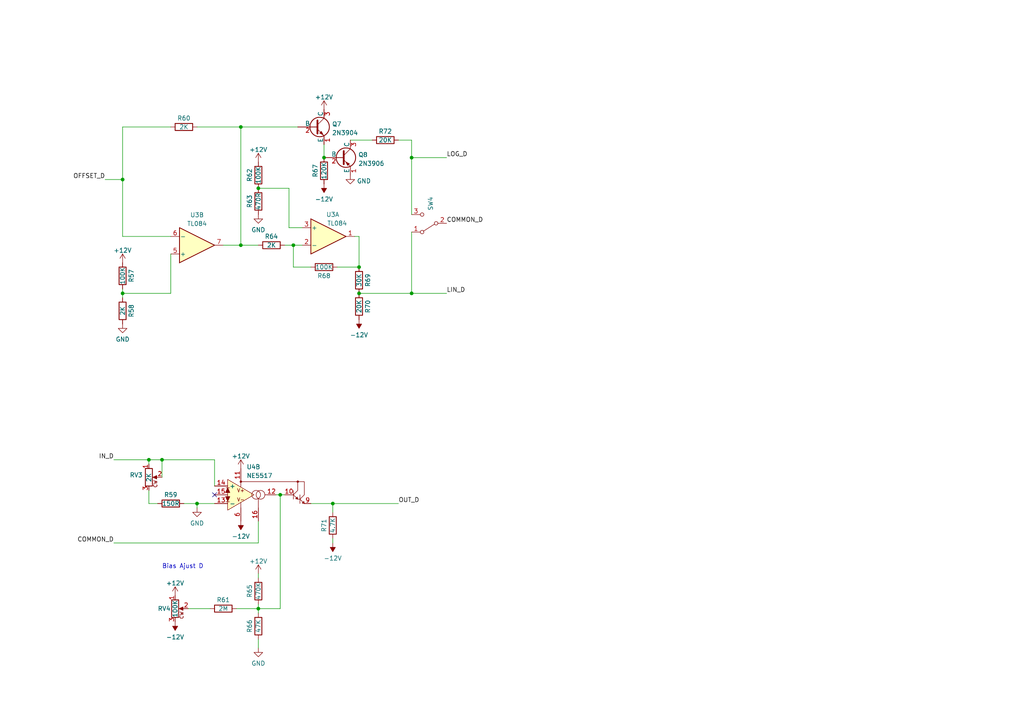
<source format=kicad_sch>
(kicad_sch (version 20211123) (generator eeschema)
  (paper "A4")
  (lib_symbols
    (symbol "Amplifier_Operational:TL084" (pin_names (offset 0.127))
      (property "Reference" "U" (at 0 5.08 0))
      (property "Value" "TL084" (at 0 -5.08 0))
      (symbol "TL084_1_1"
        (polyline (pts (xy -5.08 5.08) (xy 5.08 0) (xy -5.08 -5.08) (xy -5.08 5.08)) (stroke (width 0.254)) (fill (type background)))
        (pin output line (at 7.62 0 180) (length 2.54) (name "~") (number "1"))
        (pin input line (at -7.62 -2.54 0) (length 2.54) (name "-") (number "2"))
        (pin input line (at -7.62 2.54 0) (length 2.54) (name "+") (number "3"))
      )
      (symbol "TL084_2_1"
        (polyline (pts (xy -5.08 5.08) (xy 5.08 0) (xy -5.08 -5.08) (xy -5.08 5.08)) (stroke (width 0.254)) (fill (type background)))
        (pin input line (at -7.62 2.54 0) (length 2.54) (name "+") (number "5"))
        (pin input line (at -7.62 -2.54 0) (length 2.54) (name "-") (number "6"))
        (pin output line (at 7.62 0 180) (length 2.54) (name "~") (number "7"))
      )
      (symbol "TL084_3_1"
        (polyline (pts (xy -5.08 5.08) (xy 5.08 0) (xy -5.08 -5.08) (xy -5.08 5.08)) (stroke (width 0.254)) (fill (type background)))
        (pin input line (at -7.62 2.54 0) (length 2.54) (name "+") (number "10"))
        (pin output line (at 7.62 0 180) (length 2.54) (name "~") (number "8"))
        (pin input line (at -7.62 -2.54 0) (length 2.54) (name "-") (number "9"))
      )
      (symbol "TL084_4_1"
        (polyline (pts (xy -5.08 5.08) (xy 5.08 0) (xy -5.08 -5.08) (xy -5.08 5.08)) (stroke (width 0.254)) (fill (type background)))
        (pin input line (at -7.62 2.54 0) (length 2.54) (name "+") (number "12"))
        (pin input line (at -7.62 -2.54 0) (length 2.54) (name "-") (number "13"))
        (pin output line (at 7.62 0 180) (length 2.54) (name "~") (number "14"))
      )
      (symbol "TL084_5_1"
        (pin power_in line (at -2.54 -7.62 90) (length 3.81) (name "V-") (number "11"))
        (pin power_in line (at -2.54 7.62 270) (length 3.81) (name "V+") (number "4"))
      )
    )
    (symbol "Device:R" (pin_numbers hide) (pin_names (offset 0))
      (property "Reference" "R" (at 2.032 0 90))
      (property "Value" "R" (at 0 0 90))
      (symbol "R_0_1"
        (rectangle (start -1.016 -2.54) (end 1.016 2.54) (stroke (width 0.254)))
      )
      (symbol "R_1_1"
        (pin passive line (at 0 3.81 270) (length 1.27) (name "~") (number "1"))
        (pin passive line (at 0 -3.81 90) (length 1.27) (name "~") (number "2"))
      )
    )
    (symbol "Eurorack:Bourns_3296W_(Top_Adjust)" (pin_names (offset 1.016) hide)
      (property "Reference" "RV" (at -4.445 0 90))
      (property "Value" "Bourns_3296W_(Top_Adjust)" (at -2.54 0 90))
      (symbol "Bourns_3296W_(Top_Adjust)_0_0"
        (text "CW" (at 1.905 -1.905 900) (effects (font (size 1 1))))
      )
      (symbol "Bourns_3296W_(Top_Adjust)_0_1"
        (polyline (pts (xy 2.54 0) (xy 1.524 0)))
        (polyline (pts (xy 1.143 0) (xy 2.286 0.508) (xy 2.286 -0.508) (xy 1.143 0)) (fill (type outline)))
        (rectangle (start 1.016 2.54) (end -1.016 -2.54) (stroke (width 0.254)))
      )
      (symbol "Bourns_3296W_(Top_Adjust)_1_1"
        (pin passive line (at 0 3.81 270) (length 1.27) (name "1") (number "1"))
        (pin passive line (at 3.81 0 180) (length 1.27) (name "2") (number "2"))
        (pin passive line (at 0 -3.81 90) (length 1.27) (name "3") (number "3"))
      )
    )
    (symbol "OTA:NE5517"
      (property "Reference" "U" (at -2.54 7.62 0))
      (property "Value" "NE5517" (at 0 5.08 0))
      (symbol "NE5517_0_0"
        (circle (center -5.08 3.81) (radius 0.254) (fill (type outline)))
        (polyline (pts (xy -5.08 -3.81) (xy -5.08 -2.286)))
        (polyline (pts (xy -5.08 3.81) (xy -5.08 2.286)))
        (polyline (pts (xy 2.54 0) (xy 1.905 0)))
        (text "V+" (at -5.08 1.27 0) (effects (font (size 1.016 1.016))))
        (text "V-" (at -5.08 -1.397 0) (effects (font (size 1.016 1.016))))
      )
      (symbol "NE5517_0_1"
        (circle (center -0.635 0) (radius 1.27))
        (polyline (pts (xy -9.398 -2.032) (xy -8.382 -2.032)))
        (polyline (pts (xy -5.08 3.81) (xy 11.43 3.81)))
        (polyline (pts (xy 0 -3.81) (xy 0 -1.27)))
        (polyline (pts (xy 12.065 -1.27) (xy 13.335 -2.54)))
        (polyline (pts (xy 12.065 0) (xy 12.065 -2.54)))
        (polyline (pts (xy -9.398 2.032) (xy -8.763 2.032) (xy -8.382 2.032)))
        (polyline (pts (xy 10.16 0) (xy 11.43 -1.27) (xy 12.065 -1.27)))
        (polyline (pts (xy 10.16 1.27) (xy 10.16 0) (xy 10.16 -1.27)))
        (polyline (pts (xy 11.43 3.81) (xy 11.43 1.27) (xy 10.16 0)))
        (polyline (pts (xy -8.89 -1.905) (xy -9.525 -0.508) (xy -8.255 -0.508) (xy -8.89 -1.905)) (fill (type outline)))
        (polyline (pts (xy -8.89 2.032) (xy -9.525 0.635) (xy -8.255 0.635) (xy -8.89 2.032)) (fill (type outline)))
        (polyline (pts (xy -8.89 4.445) (xy -1.27 0) (xy -8.89 -4.445) (xy -8.89 4.445)) (stroke (width 0.1524)) (fill (type background)))
        (polyline (pts (xy 11.43 -1.27) (xy 10.795 -1.143) (xy 11.303 -0.635) (xy 11.43 -1.27)) (fill (type outline)))
        (polyline (pts (xy 12.065 -1.27) (xy 13.335 0) (xy 13.335 3.81) (xy 11.43 3.81)))
        (polyline (pts (xy 13.335 -2.54) (xy 12.7 -2.413) (xy 13.208 -1.905) (xy 13.335 -2.54)) (fill (type outline)))
        (circle (center 0.635 0) (radius 1.27))
        (circle (center 11.43 3.81) (radius 0.254) (fill (type outline)))
        (pin input line (at -5.08 7.62 270) (length 3.81) (name "~") (number "11"))
        (pin input line (at -5.08 -7.62 90) (length 3.81) (name "~") (number "6"))
      )
      (symbol "NE5517_1_1"
        (pin input line (at 0 -7.62 90) (length 3.81) (name "~") (number "1"))
        (pin input line (at -12.7 0 0) (length 3.81) (name "~") (number "2"))
        (pin input line (at -12.7 2.54 0) (length 3.81) (name "+") (number "3"))
        (pin input line (at -12.7 -2.54 0) (length 3.81) (name "-") (number "4"))
        (pin output line (at 5.08 0 180) (length 2.54) (name "~") (number "5"))
        (pin input line (at 7.62 0 0) (length 2.54) (name "~") (number "7"))
        (pin input line (at 15.24 -2.54 180) (length 1.905) (name "~") (number "8"))
      )
      (symbol "NE5517_2_1"
        (pin input line (at 7.62 0 0) (length 2.54) (name "~") (number "10"))
        (pin output line (at 5.08 0 180) (length 2.54) (name "~") (number "12"))
        (pin input line (at -12.7 -2.54 0) (length 3.81) (name "-") (number "13"))
        (pin input line (at -12.7 2.54 0) (length 3.81) (name "+") (number "14"))
        (pin input line (at -12.7 0 0) (length 3.81) (name "~") (number "15"))
        (pin input line (at 0 -7.62 90) (length 3.81) (name "~") (number "16"))
        (pin input line (at 15.24 -2.54 180) (length 1.905) (name "~") (number "9"))
      )
    )
    (symbol "Switch:SW_SPDT" (pin_names (offset 0) hide)
      (property "Reference" "SW" (at 0 4.318 0))
      (property "Value" "SW_SPDT" (at 0 -5.08 0))
      (symbol "SW_SPDT_0_0"
        (circle (center -2.032 0) (radius 0.508))
        (circle (center 2.032 -2.54) (radius 0.508))
      )
      (symbol "SW_SPDT_0_1"
        (polyline (pts (xy -1.524 0.254) (xy 1.651 2.286)))
        (circle (center 2.032 2.54) (radius 0.508))
      )
      (symbol "SW_SPDT_1_1"
        (pin passive line (at 5.08 2.54 180) (length 2.54) (name "A") (number "1"))
        (pin passive line (at -5.08 0 0) (length 2.54) (name "B") (number "2"))
        (pin passive line (at 5.08 -2.54 180) (length 2.54) (name "C") (number "3"))
      )
    )
    (symbol "Transistor_BJT:2N3904" (pin_names (offset 0))
      (property "Reference" "Q" (at 5.08 1.905 0))
      (property "Value" "2N3904" (at 5.08 0 0))
      (symbol "2N3904_0_1"
        (polyline (pts (xy 0.635 0.635) (xy 2.54 2.54)))
        (polyline (pts (xy 0.635 -0.635) (xy 2.54 -2.54) (xy 2.54 -2.54)))
        (polyline (pts (xy 0.635 1.905) (xy 0.635 -1.905) (xy 0.635 -1.905)) (stroke (width 0.508)))
        (polyline (pts (xy 1.27 -1.778) (xy 1.778 -1.27) (xy 2.286 -2.286) (xy 1.27 -1.778) (xy 1.27 -1.778)) (fill (type outline)))
        (circle (center 1.27 0) (radius 2.8194) (stroke (width 0.254)))
      )
      (symbol "2N3904_1_1"
        (pin passive line (at 2.54 -5.08 90) (length 2.54) (name "E") (number "1"))
        (pin passive line (at -5.08 0 0) (length 5.715) (name "B") (number "2"))
        (pin passive line (at 2.54 5.08 270) (length 2.54) (name "C") (number "3"))
      )
    )
    (symbol "Transistor_BJT:2N3906" (pin_names (offset 0))
      (property "Reference" "Q" (at 5.08 1.905 0))
      (property "Value" "2N3906" (at 5.08 0 0))
      (symbol "2N3906_0_1"
        (polyline (pts (xy 0.635 0.635) (xy 2.54 2.54)))
        (polyline (pts (xy 0.635 -0.635) (xy 2.54 -2.54) (xy 2.54 -2.54)))
        (polyline (pts (xy 0.635 1.905) (xy 0.635 -1.905) (xy 0.635 -1.905)) (stroke (width 0.508)))
        (polyline (pts (xy 2.286 -1.778) (xy 1.778 -2.286) (xy 1.27 -1.27) (xy 2.286 -1.778) (xy 2.286 -1.778)) (fill (type outline)))
        (circle (center 1.27 0) (radius 2.8194) (stroke (width 0.254)))
      )
      (symbol "2N3906_1_1"
        (pin passive line (at 2.54 -5.08 90) (length 2.54) (name "E") (number "1"))
        (pin input line (at -5.08 0 0) (length 5.715) (name "B") (number "2"))
        (pin passive line (at 2.54 5.08 270) (length 2.54) (name "C") (number "3"))
      )
    )
    (symbol "power:+12V" (power) (pin_names (offset 0))
      (property "Value" "+12V" (at 0 3.556 0))
      (symbol "+12V_0_1"
        (polyline (pts (xy -0.762 1.27) (xy 0 2.54)))
        (polyline (pts (xy 0 0) (xy 0 2.54)))
        (polyline (pts (xy 0 2.54) (xy 0.762 1.27)))
      )
      (symbol "+12V_1_1"
        (pin power_in line (at 0 0 90) (length 0) hide (name "+12V") (number "1"))
      )
    )
    (symbol "power:-12V" (power) (pin_names (offset 0))
      (property "Value" "-12V" (at 0 3.81 0))
      (symbol "-12V_0_0"
        (pin power_in line (at 0 0 90) (length 0) hide (name "-12V") (number "1"))
      )
      (symbol "-12V_0_1"
        (polyline (pts (xy 0 0) (xy 0 1.27) (xy 0.762 1.27) (xy 0 2.54) (xy -0.762 1.27) (xy 0 1.27)) (fill (type outline)))
      )
    )
    (symbol "power:GND" (power) (pin_names (offset 0))
      (property "Value" "GND" (at 0 -3.81 0))
      (symbol "GND_0_1"
        (polyline (pts (xy 0 0) (xy 0 -1.27) (xy 1.27 -1.27) (xy 0 -2.54) (xy -1.27 -1.27) (xy 0 -1.27)))
      )
      (symbol "GND_1_1"
        (pin power_in line (at 0 0 270) (length 0) hide (name "GND") (number "1"))
      )
    )
  )
  (junction (at 35.56 85.09))
  (junction (at 85.09 71.12))
  (junction (at 119.38 45.72))
  (junction (at 96.52 146.05))
  (junction (at 81.28 143.51))
  (junction (at 104.14 77.47))
  (junction (at 69.85 71.12))
  (junction (at 43.18 133.35))
  (junction (at 57.15 146.05))
  (junction (at 119.38 85.09))
  (junction (at 74.93 54.61))
  (junction (at 93.98 45.72))
  (junction (at 69.85 36.83))
  (junction (at 74.93 176.53))
  (junction (at 104.14 85.09))
  (junction (at 46.99 133.35))
  (junction (at 35.56 52.07))
  (no_connect (at 62.23 143.51))
  (wire (pts (xy 46.99 133.35) (xy 43.18 133.35)))
  (wire (pts (xy 74.93 166.37) (xy 74.93 167.64)))
  (wire (pts (xy 49.53 73.66) (xy 49.53 85.09)))
  (wire (pts (xy 104.14 68.58) (xy 102.87 68.58)))
  (wire (pts (xy 80.01 143.51) (xy 81.28 143.51)))
  (wire (pts (xy 83.82 66.04) (xy 87.63 66.04)))
  (wire (pts (xy 57.15 147.32) (xy 57.15 146.05)))
  (wire (pts (xy 74.93 54.61) (xy 83.82 54.61)))
  (wire (pts (xy 69.85 71.12) (xy 74.93 71.12)))
  (wire (pts (xy 43.18 142.24) (xy 43.18 146.05)))
  (wire (pts (xy 119.38 40.64) (xy 119.38 45.72)))
  (wire (pts (xy 35.56 52.07) (xy 35.56 68.58)))
  (wire (pts (xy 119.38 45.72) (xy 129.54 45.72)))
  (wire (pts (xy 74.93 176.53) (xy 81.28 176.53)))
  (wire (pts (xy 96.52 146.05) (xy 115.57 146.05)))
  (wire (pts (xy 104.14 77.47) (xy 104.14 68.58)))
  (wire (pts (xy 96.52 156.21) (xy 96.52 157.48)))
  (wire (pts (xy 69.85 36.83) (xy 86.36 36.83)))
  (wire (pts (xy 85.09 77.47) (xy 90.17 77.47)))
  (wire (pts (xy 35.56 85.09) (xy 35.56 86.36)))
  (wire (pts (xy 104.14 85.09) (xy 119.38 85.09)))
  (wire (pts (xy 43.18 134.62) (xy 43.18 133.35)))
  (wire (pts (xy 35.56 36.83) (xy 49.53 36.83)))
  (wire (pts (xy 107.95 40.64) (xy 101.6 40.64)))
  (wire (pts (xy 74.93 176.53) (xy 74.93 177.8)))
  (wire (pts (xy 54.61 176.53) (xy 60.96 176.53)))
  (wire (pts (xy 74.93 175.26) (xy 74.93 176.53)))
  (wire (pts (xy 69.85 36.83) (xy 69.85 71.12)))
  (wire (pts (xy 35.56 85.09) (xy 49.53 85.09)))
  (wire (pts (xy 119.38 45.72) (xy 119.38 62.23)))
  (wire (pts (xy 45.72 146.05) (xy 43.18 146.05)))
  (wire (pts (xy 97.79 77.47) (xy 104.14 77.47)))
  (wire (pts (xy 30.48 52.07) (xy 35.56 52.07)))
  (wire (pts (xy 74.93 157.48) (xy 33.02 157.48)))
  (wire (pts (xy 119.38 40.64) (xy 115.57 40.64)))
  (wire (pts (xy 74.93 176.53) (xy 68.58 176.53)))
  (wire (pts (xy 35.56 83.82) (xy 35.56 85.09)))
  (wire (pts (xy 93.98 41.91) (xy 93.98 45.72)))
  (wire (pts (xy 74.93 151.13) (xy 74.93 157.48)))
  (wire (pts (xy 35.56 68.58) (xy 49.53 68.58)))
  (wire (pts (xy 82.55 71.12) (xy 85.09 71.12)))
  (wire (pts (xy 119.38 67.31) (xy 119.38 85.09)))
  (wire (pts (xy 119.38 85.09) (xy 129.54 85.09)))
  (wire (pts (xy 83.82 54.61) (xy 83.82 66.04)))
  (wire (pts (xy 57.15 146.05) (xy 62.23 146.05)))
  (wire (pts (xy 85.09 71.12) (xy 85.09 77.47)))
  (wire (pts (xy 46.99 133.35) (xy 62.23 133.35)))
  (wire (pts (xy 57.15 36.83) (xy 69.85 36.83)))
  (wire (pts (xy 35.56 36.83) (xy 35.56 52.07)))
  (wire (pts (xy 90.17 146.05) (xy 96.52 146.05)))
  (wire (pts (xy 81.28 143.51) (xy 82.55 143.51)))
  (wire (pts (xy 85.09 71.12) (xy 87.63 71.12)))
  (wire (pts (xy 53.34 146.05) (xy 57.15 146.05)))
  (wire (pts (xy 62.23 133.35) (xy 62.23 140.97)))
  (wire (pts (xy 64.77 71.12) (xy 69.85 71.12)))
  (wire (pts (xy 46.99 138.43) (xy 46.99 133.35)))
  (wire (pts (xy 33.02 133.35) (xy 43.18 133.35)))
  (wire (pts (xy 74.93 185.42) (xy 74.93 187.96)))
  (wire (pts (xy 96.52 148.59) (xy 96.52 146.05)))
  (wire (pts (xy 81.28 143.51) (xy 81.28 176.53)))
  (text "Bias Ajust D" (at 46.99 165.1 0) (effects (font (size 1.27 1.27)) (justify left bottom)))
  (label "COMMON_D" (at 33.02 157.48 180))
  (label "IN_D" (at 33.02 133.35 180))
  (label "OUT_D" (at 115.57 146.05 0))
  (label "OFFSET_D" (at 30.48 52.07 180))
  (label "LIN_D" (at 129.54 85.09 0))
  (label "COMMON_D" (at 129.54 64.77 0))
  (label "LOG_D" (at 129.54 45.72 0))
  (symbol (lib_id "Device:R") (at 104.14 88.9 0) (unit 1)
    (property "Reference" "R70" (at 106.68 88.9 90))
    (property "Value" "20K" (at 104.14 88.9 90))
  )
  (symbol (lib_id "power:+12V") (at 74.93 166.37 0) (unit 1)
    (property "Reference" "#PWR0176" (effects hide))
    (property "Value" "+12V" (at 74.93 162.7942 0))
  )
  (symbol (lib_id "Device:R") (at 64.77 176.53 90) (unit 1)
    (property "Reference" "R61" (at 64.77 173.99 90))
    (property "Value" "2M" (at 64.77 176.53 90))
  )
  (symbol (lib_id "power:-12V") (at 50.8 180.34 180) (unit 1)
    (property "Reference" "#PWR0167" (effects hide))
    (property "Value" "-12V" (at 50.8 184.7834 0))
  )
  (symbol (lib_id "Device:R") (at 35.56 80.01 0) (unit 1)
    (property "Reference" "R57" (at 38.1 80.01 90))
    (property "Value" "100K" (at 35.56 80.01 90))
  )
  (symbol (lib_id "power:+12V") (at 93.98 31.75 0) (unit 1)
    (property "Reference" "#PWR0178" (effects hide))
    (property "Value" "+12V" (at 93.98 28.1742 0))
  )
  (symbol (lib_id "power:+12V") (at 35.56 76.2 0) (unit 1)
    (property "Reference" "#PWR0174" (effects hide))
    (property "Value" "+12V" (at 35.56 72.6242 0))
  )
  (symbol (lib_id "Device:R") (at 93.98 77.47 270) (unit 1)
    (property "Reference" "R68" (at 93.98 80.01 90))
    (property "Value" "100K" (at 93.98 77.47 90))
  )
  (symbol (lib_id "power:GND") (at 101.6 50.8 0) (mirror y) (unit 1)
    (property "Reference" "#PWR0179" (effects hide))
    (property "Value" "~" (at 103.505 52.5038 0) (effects (justify right)))
  )
  (symbol (lib_id "Device:R") (at 78.74 71.12 90) (unit 1)
    (property "Reference" "R64" (at 78.74 68.58 90))
    (property "Value" "2K" (at 78.74 71.12 90))
  )
  (symbol (lib_id "Switch:SW_SPDT") (at 124.46 64.77 180) (unit 1)
    (property "Reference" "SW4" (at 124.8938 61.087 90) (effects (justify right)))
  )
  (symbol (lib_id "Device:R") (at 74.93 50.8 180) (unit 1)
    (property "Reference" "R62" (at 72.39 50.8 90))
    (property "Value" "100K" (at 74.93 50.8 90))
  )
  (symbol (lib_id "OTA:NE5517") (at 74.93 143.51 0) (unit 2)
    (property "Reference" "U4" (at 71.5011 135.416 0) (effects (justify left)))
    (property "Value" "NE5517" (at 71.5011 137.9529 0) (effects (justify left)))
  )
  (symbol (lib_id "power:+12V") (at 69.85 135.89 0) (unit 1)
    (property "Reference" "#PWR?" (effects hide))
    (property "Value" "+12V" (at 69.85 132.3142 0))
  )
  (symbol (lib_id "power:GND") (at 74.93 62.23 0) (unit 1)
    (property "Reference" "#PWR0171" (effects hide))
    (property "Value" "~" (at 74.93 66.6734 0))
  )
  (symbol (lib_id "power:-12V") (at 69.85 151.13 180) (unit 1)
    (property "Reference" "#PWR?" (effects hide))
    (property "Value" "-12V" (at 69.85 155.5734 0))
  )
  (symbol (lib_id "Transistor_BJT:2N3904") (at 91.44 36.83 0) (unit 1)
    (property "Reference" "Q7" (at 96.2914 35.9953 0) (effects (justify left)))
    (property "Value" "2N3904" (at 96.2914 38.5322 0) (effects (justify left)))
    (property "Datasheet" "https://www.onsemi.com/pub/Collateral/2N3903-D.PDF" (effects hide))
  )
  (symbol (lib_id "Device:R") (at 35.56 90.17 0) (unit 1)
    (property "Reference" "R58" (at 38.1 90.17 90))
    (property "Value" "2K" (at 35.56 90.17 90))
  )
  (symbol (lib_id "power:GND") (at 35.56 93.98 0) (unit 1)
    (property "Reference" "#PWR0172" (effects hide))
    (property "Value" "~" (at 35.56 98.4234 0))
  )
  (symbol (lib_id "power:-12V") (at 93.98 53.34 180) (unit 1)
    (property "Reference" "#PWR0180" (effects hide))
    (property "Value" "-12V" (at 93.98 57.7834 0))
  )
  (symbol (lib_id "Device:R") (at 96.52 152.4 180) (unit 1)
    (property "Reference" "R71" (at 93.98 152.4 90))
    (property "Value" "4.7K" (at 96.52 152.4 90))
  )
  (symbol (lib_id "Eurorack:Bourns_3296W_(Top_Adjust)") (at 50.8 176.53 0) (unit 1)
    (property "Reference" "RV4" (at 49.53 176.53 0) (effects (justify right)))
    (property "Value" "100K" (at 50.8 173.99 90) (effects (justify right)))
    (property "Footprint" "Potentiometer_THT:Potentiometer_Bourns_3296W_Vertical" (effects hide))
  )
  (symbol (lib_id "power:GND") (at 57.15 147.32 0) (unit 1)
    (property "Reference" "#PWR0169" (effects hide))
    (property "Value" "~" (at 57.15 151.7634 0))
  )
  (symbol (lib_id "Device:R") (at 74.93 171.45 180) (unit 1)
    (property "Reference" "R65" (at 72.39 171.45 90))
    (property "Value" "470K" (at 74.93 171.45 90))
  )
  (symbol (lib_id "Device:R") (at 104.14 81.28 0) (unit 1)
    (property "Reference" "R69" (at 106.68 81.28 90))
    (property "Value" "30K" (at 104.14 81.28 90))
  )
  (symbol (lib_id "Device:R") (at 74.93 58.42 180) (unit 1)
    (property "Reference" "R63" (at 72.39 58.42 90))
    (property "Value" "470R" (at 74.93 58.42 90))
  )
  (symbol (lib_id "Amplifier_Operational:TL084") (at 57.15 71.12 0) (mirror x) (unit 2)
    (property "Reference" "U3" (at 57.15 62.3402 0))
    (property "Value" "TL084" (at 57.15 64.8771 0))
    (property "Datasheet" "http://www.ti.com/lit/ds/symlink/tl081.pdf" (effects hide))
  )
  (symbol (lib_id "Amplifier_Operational:TL084") (at 95.25 68.58 0) (unit 1)
    (property "Reference" "U3" (at 96.52 62.23 0))
    (property "Value" "TL084" (at 97.79 64.77 0))
    (property "Datasheet" "http://www.ti.com/lit/ds/symlink/tl081.pdf" (effects hide))
  )
  (symbol (lib_id "power:-12V") (at 96.52 157.48 180) (unit 1)
    (property "Reference" "#PWR0177" (effects hide))
    (property "Value" "-12V" (at 96.52 161.9234 0))
  )
  (symbol (lib_id "Device:R") (at 49.53 146.05 90) (unit 1)
    (property "Reference" "R59" (at 49.53 143.51 90))
    (property "Value" "150R" (at 49.53 146.05 90))
  )
  (symbol (lib_id "Device:R") (at 53.34 36.83 90) (unit 1)
    (property "Reference" "R60" (at 53.34 34.29 90))
    (property "Value" "2K" (at 53.34 36.83 90))
  )
  (symbol (lib_id "Eurorack:Bourns_3296W_(Top_Adjust)") (at 43.18 138.43 0) (unit 1)
    (property "Reference" "RV3" (at 41.4021 137.7812 0) (effects (justify right)))
    (property "Value" "2K" (at 43.18 137.16 90) (effects (justify right)))
  )
  (symbol (lib_id "Device:R") (at 74.93 181.61 180) (unit 1)
    (property "Reference" "R66" (at 72.39 181.61 90))
    (property "Value" "47K" (at 74.93 181.61 90))
  )
  (symbol (lib_id "power:+12V") (at 74.93 46.99 0) (unit 1)
    (property "Reference" "#PWR0173" (effects hide))
    (property "Value" "+12V" (at 74.93 43.4142 0))
  )
  (symbol (lib_id "power:+12V") (at 50.8 172.72 0) (unit 1)
    (property "Reference" "#PWR0168" (effects hide))
    (property "Value" "+12V" (at 50.8 169.1442 0))
  )
  (symbol (lib_id "Device:R") (at 93.98 49.53 180) (unit 1)
    (property "Reference" "R67" (at 91.44 49.53 90))
    (property "Value" "120K" (at 93.98 49.53 90))
  )
  (symbol (lib_id "Transistor_BJT:2N3906") (at 99.06 45.72 0) (unit 1)
    (property "Reference" "Q8" (at 103.9114 44.8853 0) (effects (justify left)))
    (property "Value" "2N3906" (at 103.9114 47.4222 0) (effects (justify left)))
    (property "Datasheet" "https://www.onsemi.com/pub/Collateral/2N3906-D.PDF" (effects hide))
  )
  (symbol (lib_id "power:GND") (at 74.93 187.96 0) (unit 1)
    (property "Reference" "#PWR0175" (effects hide))
    (property "Value" "~" (at 74.93 192.4034 0))
  )
  (symbol (lib_id "Device:R") (at 111.76 40.64 90) (unit 1)
    (property "Reference" "R72" (at 111.76 38.1 90))
    (property "Value" "20K" (at 111.76 40.64 90))
  )
  (symbol (lib_id "power:-12V") (at 104.14 92.71 180) (unit 1)
    (property "Reference" "#PWR0170" (effects hide))
    (property "Value" "-12V" (at 104.14 97.1534 0))
  )
)
</source>
